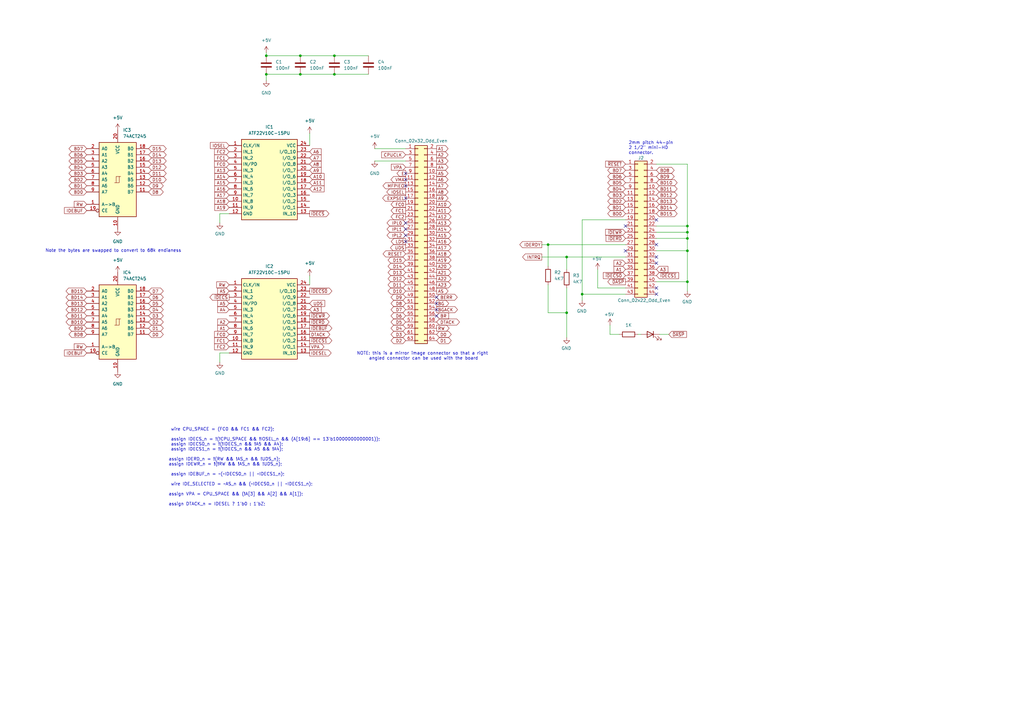
<source format=kicad_sch>
(kicad_sch (version 20231120) (generator "eeschema") (generator_version "8.0")
  (paper "A3")
  (title_block (title "Simple IDE") (date "2025-01-08") (company "Malcolm Harrow, MIT license, from work by Mark Murray"))
  (lib_symbols
    (symbol "74HC245_1" (pin_names (offset 1.016))
      (property "Reference" "U1" (at 2.1941 20.32 0))
      (property "Value" "74ACT245" (at 2.1941 17.78 0))
      (symbol "74HC245_1_1_0"
        (pin input line (at -12.7 -10.16 0) (length 5.08) (name "A->B") (number "1"))
        (pin power_in line (at 0 -20.32 90) (length 5.08) (name "GND") (number "10"))
        (pin tri_state line (at 12.7 -5.08 180) (length 5.08) (name "B7") (number "11"))
        (pin tri_state line (at 12.7 -2.54 180) (length 5.08) (name "B6") (number "12"))
        (pin tri_state line (at 12.7 0 180) (length 5.08) (name "B5") (number "13"))
        (pin tri_state line (at 12.7 2.54 180) (length 5.08) (name "B4") (number "14"))
        (pin tri_state line (at 12.7 5.08 180) (length 5.08) (name "B3") (number "15"))
        (pin tri_state line (at 12.7 7.62 180) (length 5.08) (name "B2") (number "16"))
        (pin tri_state line (at 12.7 10.16 180) (length 5.08) (name "B1") (number "17"))
        (pin tri_state line (at 12.7 12.7 180) (length 5.08) (name "B0") (number "18"))
        (pin input inverted (at -12.7 -12.7 0) (length 5.08) (name "CE") (number "19"))
        (pin tri_state line (at -12.7 12.7 0) (length 5.08) (name "A0") (number "2"))
        (pin power_in line (at 0 20.32 270) (length 5.08) (name "VCC") (number "20"))
        (pin tri_state line (at -12.7 10.16 0) (length 5.08) (name "A1") (number "3"))
        (pin tri_state line (at -12.7 7.62 0) (length 5.08) (name "A2") (number "4"))
        (pin tri_state line (at -12.7 5.08 0) (length 5.08) (name "A3") (number "5"))
        (pin tri_state line (at -12.7 2.54 0) (length 5.08) (name "A4") (number "6"))
        (pin tri_state line (at -12.7 0 0) (length 5.08) (name "A5") (number "7"))
        (pin tri_state line (at -12.7 -2.54 0) (length 5.08) (name "A6") (number "8"))
        (pin tri_state line (at -12.7 -5.08 0) (length 5.08) (name "A7") (number "9"))
      )
    )
    (symbol "74xx:74HC245" (pin_names (offset 1.016))
      (property "Reference" "U" (at -7.62 16.51 0))
      (property "Value" "74HC245" (at -7.62 -16.51 0))
      (symbol "74HC245_1_0"
        (pin input line (at -12.7 -10.16 0) (length 5.08) (name "A->B") (number "1"))
        (pin power_in line (at 0 -20.32 90) (length 5.08) (name "GND") (number "10"))
        (pin tri_state line (at 12.7 -5.08 180) (length 5.08) (name "B7") (number "11"))
        (pin tri_state line (at 12.7 -2.54 180) (length 5.08) (name "B6") (number "12"))
        (pin tri_state line (at 12.7 0 180) (length 5.08) (name "B5") (number "13"))
        (pin tri_state line (at 12.7 2.54 180) (length 5.08) (name "B4") (number "14"))
        (pin tri_state line (at 12.7 5.08 180) (length 5.08) (name "B3") (number "15"))
        (pin tri_state line (at 12.7 7.62 180) (length 5.08) (name "B2") (number "16"))
        (pin tri_state line (at 12.7 10.16 180) (length 5.08) (name "B1") (number "17"))
        (pin tri_state line (at 12.7 12.7 180) (length 5.08) (name "B0") (number "18"))
        (pin input inverted (at -12.7 -12.7 0) (length 5.08) (name "CE") (number "19"))
        (pin tri_state line (at -12.7 12.7 0) (length 5.08) (name "A0") (number "2"))
        (pin power_in line (at 0 20.32 270) (length 5.08) (name "VCC") (number "20"))
        (pin tri_state line (at -12.7 10.16 0) (length 5.08) (name "A1") (number "3"))
        (pin tri_state line (at -12.7 7.62 0) (length 5.08) (name "A2") (number "4"))
        (pin tri_state line (at -12.7 5.08 0) (length 5.08) (name "A3") (number "5"))
        (pin tri_state line (at -12.7 2.54 0) (length 5.08) (name "A4") (number "6"))
        (pin tri_state line (at -12.7 0 0) (length 5.08) (name "A5") (number "7"))
        (pin tri_state line (at -12.7 -2.54 0) (length 5.08) (name "A6") (number "8"))
        (pin tri_state line (at -12.7 -5.08 0) (length 5.08) (name "A7") (number "9"))
      )
    )
    (symbol "ATF22V10:ATF22V10C-15PU"
      (property "Reference" "IC" (at 29.21 7.62 0))
      (property "Value" "ATF22V10C-15PU" (at 29.21 5.08 0))
      (symbol "ATF22V10C-15PU_1_1"
        (pin passive line (at 0 0 0) (length 5.08) (name "CLK/IN") (number "1"))
        (pin passive line (at 0 -22.86 0) (length 5.08) (name "IN_8") (number "10"))
        (pin passive line (at 0 -25.4 0) (length 5.08) (name "IN_9") (number "11"))
        (pin passive line (at 0 -27.94 0) (length 5.08) (name "GND") (number "12"))
        (pin passive line (at 33.02 -27.94 180) (length 5.08) (name "IN_10") (number "13"))
        (pin passive line (at 33.02 -25.4 180) (length 5.08) (name "I/O_1") (number "14"))
        (pin passive line (at 33.02 -22.86 180) (length 5.08) (name "I/O_2") (number "15"))
        (pin passive line (at 33.02 -20.32 180) (length 5.08) (name "I/O_3") (number "16"))
        (pin passive line (at 33.02 -17.78 180) (length 5.08) (name "I/O_4") (number "17"))
        (pin passive line (at 33.02 -15.24 180) (length 5.08) (name "I/O_5") (number "18"))
        (pin passive line (at 33.02 -12.7 180) (length 5.08) (name "I/O_6") (number "19"))
        (pin passive line (at 0 -2.54 0) (length 5.08) (name "IN_1") (number "2"))
        (pin passive line (at 33.02 -10.16 180) (length 5.08) (name "I/O_7") (number "20"))
        (pin passive line (at 33.02 -7.62 180) (length 5.08) (name "I/O_8") (number "21"))
        (pin passive line (at 33.02 -5.08 180) (length 5.08) (name "I/O_9") (number "22"))
        (pin passive line (at 33.02 -2.54 180) (length 5.08) (name "I/O_10") (number "23"))
        (pin passive line (at 33.02 0 180) (length 5.08) (name "VCC") (number "24"))
        (pin passive line (at 0 -5.08 0) (length 5.08) (name "IN_2") (number "3"))
        (pin passive line (at 0 -7.62 0) (length 5.08) (name "IN/PD") (number "4"))
        (pin passive line (at 0 -10.16 0) (length 5.08) (name "IN_3") (number "5"))
        (pin passive line (at 0 -12.7 0) (length 5.08) (name "IN_4") (number "6"))
        (pin passive line (at 0 -15.24 0) (length 5.08) (name "IN_5") (number "7"))
        (pin passive line (at 0 -17.78 0) (length 5.08) (name "IN_6") (number "8"))
        (pin passive line (at 0 -20.32 0) (length 5.08) (name "IN_7") (number "9"))
      )
    )
    (symbol "Connector_Generic:Conn_02x22_Odd_Even" (pin_names (offset 1.016) hide)
      (property "Reference" "J" (at 1.27 27.94 0))
      (property "Value" "Conn_02x22_Odd_Even" (at 1.27 -30.48 0))
      (symbol "Conn_02x22_Odd_Even_1_1"
        (pin passive line (at -5.08 25.4 0) (length 3.81) (name "Pin_1") (number "1"))
        (pin passive line (at 7.62 15.24 180) (length 3.81) (name "Pin_10") (number "10"))
        (pin passive line (at -5.08 12.7 0) (length 3.81) (name "Pin_11") (number "11"))
        (pin passive line (at 7.62 12.7 180) (length 3.81) (name "Pin_12") (number "12"))
        (pin passive line (at -5.08 10.16 0) (length 3.81) (name "Pin_13") (number "13"))
        (pin passive line (at 7.62 10.16 180) (length 3.81) (name "Pin_14") (number "14"))
        (pin passive line (at -5.08 7.62 0) (length 3.81) (name "Pin_15") (number "15"))
        (pin passive line (at 7.62 7.62 180) (length 3.81) (name "Pin_16") (number "16"))
        (pin passive line (at -5.08 5.08 0) (length 3.81) (name "Pin_17") (number "17"))
        (pin passive line (at 7.62 5.08 180) (length 3.81) (name "Pin_18") (number "18"))
        (pin passive line (at -5.08 2.54 0) (length 3.81) (name "Pin_19") (number "19"))
        (pin passive line (at 7.62 25.4 180) (length 3.81) (name "Pin_2") (number "2"))
        (pin passive line (at 7.62 2.54 180) (length 3.81) (name "Pin_20") (number "20"))
        (pin passive line (at -5.08 0 0) (length 3.81) (name "Pin_21") (number "21"))
        (pin passive line (at 7.62 0 180) (length 3.81) (name "Pin_22") (number "22"))
        (pin passive line (at -5.08 -2.54 0) (length 3.81) (name "Pin_23") (number "23"))
        (pin passive line (at 7.62 -2.54 180) (length 3.81) (name "Pin_24") (number "24"))
        (pin passive line (at -5.08 -5.08 0) (length 3.81) (name "Pin_25") (number "25"))
        (pin passive line (at 7.62 -5.08 180) (length 3.81) (name "Pin_26") (number "26"))
        (pin passive line (at -5.08 -7.62 0) (length 3.81) (name "Pin_27") (number "27"))
        (pin passive line (at 7.62 -7.62 180) (length 3.81) (name "Pin_28") (number "28"))
        (pin passive line (at -5.08 -10.16 0) (length 3.81) (name "Pin_29") (number "29"))
        (pin passive line (at -5.08 22.86 0) (length 3.81) (name "Pin_3") (number "3"))
        (pin passive line (at 7.62 -10.16 180) (length 3.81) (name "Pin_30") (number "30"))
        (pin passive line (at -5.08 -12.7 0) (length 3.81) (name "Pin_31") (number "31"))
        (pin passive line (at 7.62 -12.7 180) (length 3.81) (name "Pin_32") (number "32"))
        (pin passive line (at -5.08 -15.24 0) (length 3.81) (name "Pin_33") (number "33"))
        (pin passive line (at 7.62 -15.24 180) (length 3.81) (name "Pin_34") (number "34"))
        (pin passive line (at -5.08 -17.78 0) (length 3.81) (name "Pin_35") (number "35"))
        (pin passive line (at 7.62 -17.78 180) (length 3.81) (name "Pin_36") (number "36"))
        (pin passive line (at -5.08 -20.32 0) (length 3.81) (name "Pin_37") (number "37"))
        (pin passive line (at 7.62 -20.32 180) (length 3.81) (name "Pin_38") (number "38"))
        (pin passive line (at -5.08 -22.86 0) (length 3.81) (name "Pin_39") (number "39"))
        (pin passive line (at 7.62 22.86 180) (length 3.81) (name "Pin_4") (number "4"))
        (pin passive line (at 7.62 -22.86 180) (length 3.81) (name "Pin_40") (number "40"))
        (pin passive line (at -5.08 -25.4 0) (length 3.81) (name "Pin_41") (number "41"))
        (pin passive line (at 7.62 -25.4 180) (length 3.81) (name "Pin_42") (number "42"))
        (pin passive line (at -5.08 -27.94 0) (length 3.81) (name "Pin_43") (number "43"))
        (pin passive line (at 7.62 -27.94 180) (length 3.81) (name "Pin_44") (number "44"))
        (pin passive line (at -5.08 20.32 0) (length 3.81) (name "Pin_5") (number "5"))
        (pin passive line (at 7.62 20.32 180) (length 3.81) (name "Pin_6") (number "6"))
        (pin passive line (at -5.08 17.78 0) (length 3.81) (name "Pin_7") (number "7"))
        (pin passive line (at 7.62 17.78 180) (length 3.81) (name "Pin_8") (number "8"))
        (pin passive line (at -5.08 15.24 0) (length 3.81) (name "Pin_9") (number "9"))
      )
    )
    (symbol "Connector_Generic:Conn_02x32_Odd_Even" (pin_names (offset 1.016) hide)
      (property "Reference" "J" (at 1.27 40.64 0))
      (property "Value" "Conn_02x32_Odd_Even" (at 1.27 -43.18 0))
      (symbol "Conn_02x32_Odd_Even_1_1"
        (pin passive line (at -5.08 38.1 0) (length 3.81) (name "Pin_1") (number "1"))
        (pin passive line (at 7.62 27.94 180) (length 3.81) (name "Pin_10") (number "10"))
        (pin passive line (at -5.08 25.4 0) (length 3.81) (name "Pin_11") (number "11"))
        (pin passive line (at 7.62 25.4 180) (length 3.81) (name "Pin_12") (number "12"))
        (pin passive line (at -5.08 22.86 0) (length 3.81) (name "Pin_13") (number "13"))
        (pin passive line (at 7.62 22.86 180) (length 3.81) (name "Pin_14") (number "14"))
        (pin passive line (at -5.08 20.32 0) (length 3.81) (name "Pin_15") (number "15"))
        (pin passive line (at 7.62 20.32 180) (length 3.81) (name "Pin_16") (number "16"))
        (pin passive line (at -5.08 17.78 0) (length 3.81) (name "Pin_17") (number "17"))
        (pin passive line (at 7.62 17.78 180) (length 3.81) (name "Pin_18") (number "18"))
        (pin passive line (at -5.08 15.24 0) (length 3.81) (name "Pin_19") (number "19"))
        (pin passive line (at 7.62 38.1 180) (length 3.81) (name "Pin_2") (number "2"))
        (pin passive line (at 7.62 15.24 180) (length 3.81) (name "Pin_20") (number "20"))
        (pin passive line (at -5.08 12.7 0) (length 3.81) (name "Pin_21") (number "21"))
        (pin passive line (at 7.62 12.7 180) (length 3.81) (name "Pin_22") (number "22"))
        (pin passive line (at -5.08 10.16 0) (length 3.81) (name "Pin_23") (number "23"))
        (pin passive line (at 7.62 10.16 180) (length 3.81) (name "Pin_24") (number "24"))
        (pin passive line (at -5.08 7.62 0) (length 3.81) (name "Pin_25") (number "25"))
        (pin passive line (at 7.62 7.62 180) (length 3.81) (name "Pin_26") (number "26"))
        (pin passive line (at -5.08 5.08 0) (length 3.81) (name "Pin_27") (number "27"))
        (pin passive line (at 7.62 5.08 180) (length 3.81) (name "Pin_28") (number "28"))
        (pin passive line (at -5.08 2.54 0) (length 3.81) (name "Pin_29") (number "29"))
        (pin passive line (at -5.08 35.56 0) (length 3.81) (name "Pin_3") (number "3"))
        (pin passive line (at 7.62 2.54 180) (length 3.81) (name "Pin_30") (number "30"))
        (pin passive line (at -5.08 0 0) (length 3.81) (name "Pin_31") (number "31"))
        (pin passive line (at 7.62 0 180) (length 3.81) (name "Pin_32") (number "32"))
        (pin passive line (at -5.08 -2.54 0) (length 3.81) (name "Pin_33") (number "33"))
        (pin passive line (at 7.62 -2.54 180) (length 3.81) (name "Pin_34") (number "34"))
        (pin passive line (at -5.08 -5.08 0) (length 3.81) (name "Pin_35") (number "35"))
        (pin passive line (at 7.62 -5.08 180) (length 3.81) (name "Pin_36") (number "36"))
        (pin passive line (at -5.08 -7.62 0) (length 3.81) (name "Pin_37") (number "37"))
        (pin passive line (at 7.62 -7.62 180) (length 3.81) (name "Pin_38") (number "38"))
        (pin passive line (at -5.08 -10.16 0) (length 3.81) (name "Pin_39") (number "39"))
        (pin passive line (at 7.62 35.56 180) (length 3.81) (name "Pin_4") (number "4"))
        (pin passive line (at 7.62 -10.16 180) (length 3.81) (name "Pin_40") (number "40"))
        (pin passive line (at -5.08 -12.7 0) (length 3.81) (name "Pin_41") (number "41"))
        (pin passive line (at 7.62 -12.7 180) (length 3.81) (name "Pin_42") (number "42"))
        (pin passive line (at -5.08 -15.24 0) (length 3.81) (name "Pin_43") (number "43"))
        (pin passive line (at 7.62 -15.24 180) (length 3.81) (name "Pin_44") (number "44"))
        (pin passive line (at -5.08 -17.78 0) (length 3.81) (name "Pin_45") (number "45"))
        (pin passive line (at 7.62 -17.78 180) (length 3.81) (name "Pin_46") (number "46"))
        (pin passive line (at -5.08 -20.32 0) (length 3.81) (name "Pin_47") (number "47"))
        (pin passive line (at 7.62 -20.32 180) (length 3.81) (name "Pin_48") (number "48"))
        (pin passive line (at -5.08 -22.86 0) (length 3.81) (name "Pin_49") (number "49"))
        (pin passive line (at -5.08 33.02 0) (length 3.81) (name "Pin_5") (number "5"))
        (pin passive line (at 7.62 -22.86 180) (length 3.81) (name "Pin_50") (number "50"))
        (pin passive line (at -5.08 -25.4 0) (length 3.81) (name "Pin_51") (number "51"))
        (pin passive line (at 7.62 -25.4 180) (length 3.81) (name "Pin_52") (number "52"))
        (pin passive line (at -5.08 -27.94 0) (length 3.81) (name "Pin_53") (number "53"))
        (pin passive line (at 7.62 -27.94 180) (length 3.81) (name "Pin_54") (number "54"))
        (pin passive line (at -5.08 -30.48 0) (length 3.81) (name "Pin_55") (number "55"))
        (pin passive line (at 7.62 -30.48 180) (length 3.81) (name "Pin_56") (number "56"))
        (pin passive line (at -5.08 -33.02 0) (length 3.81) (name "Pin_57") (number "57"))
        (pin passive line (at 7.62 -33.02 180) (length 3.81) (name "Pin_58") (number "58"))
        (pin passive line (at -5.08 -35.56 0) (length 3.81) (name "Pin_59") (number "59"))
        (pin passive line (at 7.62 33.02 180) (length 3.81) (name "Pin_6") (number "6"))
        (pin passive line (at 7.62 -35.56 180) (length 3.81) (name "Pin_60") (number "60"))
        (pin passive line (at -5.08 -38.1 0) (length 3.81) (name "Pin_61") (number "61"))
        (pin passive line (at 7.62 -38.1 180) (length 3.81) (name "Pin_62") (number "62"))
        (pin passive line (at -5.08 -40.64 0) (length 3.81) (name "Pin_63") (number "63"))
        (pin passive line (at 7.62 -40.64 180) (length 3.81) (name "Pin_64") (number "64"))
        (pin passive line (at -5.08 30.48 0) (length 3.81) (name "Pin_7") (number "7"))
        (pin passive line (at 7.62 30.48 180) (length 3.81) (name "Pin_8") (number "8"))
        (pin passive line (at -5.08 27.94 0) (length 3.81) (name "Pin_9") (number "9"))
      )
    )
    (symbol "Device:C" (pin_numbers hide) (pin_names (offset 0.254))
      (property "Reference" "C" (at 0.635 2.54 0))
      (property "Value" "C" (at 0.635 -2.54 0))
      (symbol "C_1_1"
        (pin passive line (at 0 3.81 270) (length 2.794) (name "~") (number "1"))
        (pin passive line (at 0 -3.81 90) (length 2.794) (name "~") (number "2"))
      )
    )
    (symbol "Device:LED" (pin_numbers hide) (pin_names (offset 1.016) hide)
      (property "Reference" "D" (at 0 2.54 0))
      (property "Value" "LED" (at 0 -2.54 0))
      (symbol "LED_1_1"
        (pin passive line (at -3.81 0 0) (length 2.54) (name "K") (number "1"))
        (pin passive line (at 3.81 0 180) (length 2.54) (name "A") (number "2"))
      )
    )
    (symbol "Device:R" (pin_numbers hide) (pin_names (offset 0))
      (property "Reference" "R" (at 2.032 0 90))
      (property "Value" "R" (at 0 0 90))
      (symbol "R_1_1"
        (pin passive line (at 0 3.81 270) (length 1.27) (name "~") (number "1"))
        (pin passive line (at 0 -3.81 90) (length 1.27) (name "~") (number "2"))
      )
    )
    (symbol "GND_4" (power) (pin_numbers hide) (pin_names (offset 0) hide)
      (property "Value" "GND" (at 0 -3.81 0))
      (symbol "GND_4_1_1"
        (pin power_in line (at 0 0 270) (length 0) (name "~") (number "1"))
      )
    )
    (symbol "ata-ide-rescue:+5V-power" (power) (pin_names (offset 0))
      (property "Value" "power_+5V" (at 0 3.556 0))
      (symbol "+5V-power_1_1"
        (pin power_in line (at 0 0 90) (length 0) hide (name "+5V") (number "1"))
      )
    )
    (symbol "ata-ide-rescue:GND-power" (power) (pin_names (offset 0))
      (property "Value" "power_GND" (at 0 -3.81 0))
      (symbol "GND-power_1_1"
        (pin power_in line (at 0 0 270) (length 0) hide (name "GND") (number "1"))
      )
    )
    (symbol "power:+5V" (power) (pin_numbers hide) (pin_names (offset 0) hide)
      (property "Value" "+5V" (at 0 3.556 0))
      (symbol "+5V_1_1"
        (pin power_in line (at 0 0 90) (length 0) (name "~") (number "1"))
      )
    )
    (symbol "power:GND" (power) (pin_numbers hide) (pin_names (offset 0) hide)
      (property "Value" "GND" (at 0 -3.81 0))
      (symbol "GND_1_1"
        (pin power_in line (at 0 0 270) (length 0) (name "~") (number "1"))
      )
    )
  )
  (junction (at 232.41 105.41))
  (junction (at 123.19 30.48))
  (junction (at 281.94 102.87))
  (junction (at 109.22 30.48))
  (junction (at 123.19 22.86))
  (junction (at 232.41 128.27))
  (junction (at 224.79 100.33))
  (junction (at 109.22 22.86))
  (junction (at 137.16 30.48))
  (junction (at 281.94 115.57))
  (junction (at 281.94 97.79))
  (junction (at 281.94 92.71))
  (junction (at 137.16 22.86))
  (junction (at 238.76 120.65))
  (junction (at 281.94 95.25))
  (no_connect (at 166.37 93.98))
  (no_connect (at 269.24 120.65))
  (no_connect (at 269.24 105.41))
  (no_connect (at 166.37 71.12))
  (no_connect (at 166.37 91.44))
  (no_connect (at 179.07 127))
  (no_connect (at 269.24 118.11))
  (no_connect (at 256.54 92.71))
  (no_connect (at 166.37 99.06))
  (no_connect (at 166.37 96.52))
  (no_connect (at 166.37 81.28))
  (no_connect (at 269.24 107.95))
  (no_connect (at 256.54 102.87))
  (no_connect (at 179.07 121.92))
  (no_connect (at 166.37 76.2))
  (no_connect (at 166.37 73.66))
  (no_connect (at 179.07 129.54))
  (no_connect (at 269.24 100.33))
  (no_connect (at 269.24 90.17))
  (no_connect (at 179.07 124.46))
  (wire (pts (xy 90.17 87.63) (xy 93.98 87.63)))
  (wire (pts (xy 262.89 137.16) (xy 261.62 137.16)))
  (wire (pts (xy 269.24 95.25) (xy 281.94 95.25)))
  (wire (pts (xy 90.17 144.78) (xy 93.98 144.78)))
  (wire (pts (xy 137.16 30.48) (xy 151.13 30.48)))
  (wire (pts (xy 281.94 97.79) (xy 281.94 102.87)))
  (wire (pts (xy 281.94 92.71) (xy 281.94 67.31)))
  (wire (pts (xy 238.76 120.65) (xy 238.76 123.19)))
  (wire (pts (xy 281.94 115.57) (xy 281.94 119.38)))
  (wire (pts (xy 269.24 97.79) (xy 281.94 97.79)))
  (wire (pts (xy 269.24 92.71) (xy 281.94 92.71)))
  (wire (pts (xy 109.22 21.59) (xy 109.22 22.86)))
  (wire (pts (xy 123.19 22.86) (xy 137.16 22.86)))
  (wire (pts (xy 256.54 120.65) (xy 238.76 120.65)))
  (wire (pts (xy 245.11 110.49) (xy 245.11 118.11)))
  (wire (pts (xy 281.94 95.25) (xy 281.94 92.71)))
  (wire (pts (xy 232.41 105.41) (xy 232.41 110.49)))
  (wire (pts (xy 269.24 102.87) (xy 281.94 102.87)))
  (wire (pts (xy 127 113.03) (xy 127 116.84)))
  (wire (pts (xy 137.16 22.86) (xy 151.13 22.86)))
  (wire (pts (xy 269.24 115.57) (xy 281.94 115.57)))
  (wire (pts (xy 224.79 128.27) (xy 232.41 128.27)))
  (wire (pts (xy 245.11 118.11) (xy 256.54 118.11)))
  (wire (pts (xy 109.22 22.86) (xy 123.19 22.86)))
  (wire (pts (xy 250.19 133.35) (xy 250.19 137.16)))
  (wire (pts (xy 90.17 144.78) (xy 90.17 148.59)))
  (wire (pts (xy 250.19 137.16) (xy 254 137.16)))
  (wire (pts (xy 232.41 128.27) (xy 232.41 138.43)))
  (wire (pts (xy 270.51 137.16) (xy 274.32 137.16)))
  (wire (pts (xy 281.94 67.31) (xy 269.24 67.31)))
  (wire (pts (xy 109.22 30.48) (xy 109.22 33.02)))
  (wire (pts (xy 281.94 115.57) (xy 281.94 102.87)))
  (wire (pts (xy 281.94 97.79) (xy 281.94 95.25)))
  (wire (pts (xy 232.41 105.41) (xy 256.54 105.41)))
  (wire (pts (xy 232.41 118.11) (xy 232.41 128.27)))
  (wire (pts (xy 256.54 90.17) (xy 238.76 90.17)))
  (wire (pts (xy 166.37 66.04) (xy 153.67 66.04)))
  (wire (pts (xy 224.79 100.33) (xy 256.54 100.33)))
  (wire (pts (xy 90.17 87.63) (xy 90.17 91.44)))
  (wire (pts (xy 166.37 60.96) (xy 153.67 60.96)))
  (wire (pts (xy 224.79 116.84) (xy 224.79 128.27)))
  (wire (pts (xy 224.79 100.33) (xy 224.79 109.22)))
  (wire (pts (xy 238.76 90.17) (xy 238.76 120.65)))
  (wire (pts (xy 222.25 100.33) (xy 224.79 100.33)))
  (wire (pts (xy 222.25 105.41) (xy 232.41 105.41)))
  (wire (pts (xy 127 54.61) (xy 127 59.69)))
  (wire (pts (xy 123.19 30.48) (xy 137.16 30.48)))
  (wire (pts (xy 109.22 30.48) (xy 123.19 30.48)))
  (text "2mm pitch 44-pin\n2 1/2\" mini-HD\nconnector." (at 257.81 63.5 0) (effects (font (size 1.27 1.27)) (justify left bottom)))
  (text "NOTE: this is a mirror image connector so that a right \nangled connector can be used with the board" (at 173.736 146.05 0) (effects (font (size 1.27 1.27))))
  (text " 	wire CPU_SPACE = (FC0 && FC1 && FC2);\n    \n	assign IDECS_n = !(!CPU_SPACE && !IOSEL_n && (A[19:6] == 13'b10000000000001));\n	assign IDECS0_n = !(!IDECS_n && !A5 && A4);\n	assign IDECS1_n = !(!IDECS_n && A5 && !A4);\n \n    assign IDERD_n = !(RW && !AS_n && !UDS_n);\n    assign IDEWR_n = !(!RW && !AS_n && !UDS_n);\n    \n	assign IDEBUF_n = ~(~IDECS0_n || ~IDECS1_n);\n\n	wire IDE_SELECTED = ~AS_n && (~IDECS0_n || ~IDECS1_n);\n\n    assign VPA = CPU_SPACE && (!A[3] && A[2] && A[1]);\n\n    assign DTACK_n = IDESEL ? 1'b0 : 1'bZ;  " (at 65.278 191.516 0) (effects (font (size 1.27 1.27)) (justify left)))
  (text "Note the bytes are swapped to convert to 68k endianess" (at 46.482 102.87 0) (effects (font (size 1.27 1.27))))
  (global_label "D0" (shape bidirectional) (at 179.07 137.16 0) (property "Intersheetrefs" "${INTERSHEET_REFS}" (effects (hide yes))))
  (global_label "A10" (shape input) (at 127 72.39 0) (property "Intersheetrefs" "${INTERSHEET_REFS}" (effects (hide yes))))
  (global_label "A7" (shape input) (at 127 64.77 0) (property "Intersheetrefs" "${INTERSHEET_REFS}" (effects (hide yes))))
  (global_label "BD7" (shape bidirectional) (at 256.54 69.85 180) (property "Intersheetrefs" "${INTERSHEET_REFS}" (effects (hide yes))))
  (global_label "~{IDECS1}" (shape input) (at 269.24 113.03 0) (property "Intersheetrefs" "${INTERSHEET_REFS}" (effects (hide yes))))
  (global_label "D11" (shape bidirectional) (at 166.37 116.84 180) (property "Intersheetrefs" "${INTERSHEET_REFS}" (effects (hide yes))))
  (global_label "DTACK" (shape output) (at 127 137.16 0) (property "Intersheetrefs" "${INTERSHEET_REFS}" (effects (hide yes))))
  (global_label "D14" (shape bidirectional) (at 166.37 109.22 180) (property "Intersheetrefs" "${INTERSHEET_REFS}" (effects (hide yes))))
  (global_label "~{DASP}" (shape output) (at 256.54 115.57 180) (property "Intersheetrefs" "${INTERSHEET_REFS}" (effects (hide yes))))
  (global_label "~{IDEWR}" (shape output) (at 127 129.54 0) (property "Intersheetrefs" "${INTERSHEET_REFS}" (effects (hide yes))))
  (global_label "BGACK" (shape output) (at 179.07 127 0) (property "Intersheetrefs" "${INTERSHEET_REFS}" (effects (hide yes))))
  (global_label "A10" (shape output) (at 179.07 83.82 0) (property "Intersheetrefs" "${INTERSHEET_REFS}" (effects (hide yes))))
  (global_label "BD3" (shape bidirectional) (at 256.54 80.01 180) (property "Intersheetrefs" "${INTERSHEET_REFS}" (effects (hide yes))))
  (global_label "FC1" (shape output) (at 166.37 86.36 180) (property "Intersheetrefs" "${INTERSHEET_REFS}" (effects (hide yes))))
  (global_label "RW" (shape input) (at 35.56 83.82 180) (property "Intersheetrefs" "${INTERSHEET_REFS}" (effects (hide yes))))
  (global_label "RW" (shape input) (at 35.56 142.24 180) (property "Intersheetrefs" "${INTERSHEET_REFS}" (effects (hide yes))))
  (global_label "BD5" (shape bidirectional) (at 35.56 66.04 180) (property "Intersheetrefs" "${INTERSHEET_REFS}" (effects (hide yes))))
  (global_label "A5" (shape output) (at 179.07 71.12 0) (property "Intersheetrefs" "${INTERSHEET_REFS}" (effects (hide yes))))
  (global_label "BD0" (shape bidirectional) (at 256.54 87.63 180) (property "Intersheetrefs" "${INTERSHEET_REFS}" (effects (hide yes))))
  (global_label "D3" (shape bidirectional) (at 166.37 137.16 180) (property "Intersheetrefs" "${INTERSHEET_REFS}" (effects (hide yes))))
  (global_label "IOSEL" (shape output) (at 166.37 78.74 180) (property "Intersheetrefs" "${INTERSHEET_REFS}" (effects (hide yes))))
  (global_label "BD9" (shape bidirectional) (at 35.56 134.62 180) (property "Intersheetrefs" "${INTERSHEET_REFS}" (effects (hide yes))))
  (global_label "A3" (shape input) (at 269.24 110.49 0) (property "Intersheetrefs" "${INTERSHEET_REFS}" (effects (hide yes))))
  (global_label "A8" (shape output) (at 179.07 78.74 0) (property "Intersheetrefs" "${INTERSHEET_REFS}" (effects (hide yes))))
  (global_label "IDEBUF" (shape input) (at 35.56 86.36 180) (property "Intersheetrefs" "${INTERSHEET_REFS}" (effects (hide yes))))
  (global_label "IPL0" (shape tri_state) (at 166.37 91.44 180) (property "Intersheetrefs" "${INTERSHEET_REFS}" (effects (hide yes))))
  (global_label "D0" (shape bidirectional) (at 60.96 137.16 0) (property "Intersheetrefs" "${INTERSHEET_REFS}" (effects (hide yes))))
  (global_label "D12" (shape bidirectional) (at 60.96 68.58 0) (property "Intersheetrefs" "${INTERSHEET_REFS}" (effects (hide yes))))
  (global_label "A9" (shape output) (at 179.07 81.28 0) (property "Intersheetrefs" "${INTERSHEET_REFS}" (effects (hide yes))))
  (global_label "A3" (shape input) (at 127 127 0) (property "Intersheetrefs" "${INTERSHEET_REFS}" (effects (hide yes))))
  (global_label "D9" (shape bidirectional) (at 60.96 76.2 0) (property "Intersheetrefs" "${INTERSHEET_REFS}" (effects (hide yes))))
  (global_label "A16" (shape output) (at 179.07 99.06 0) (property "Intersheetrefs" "${INTERSHEET_REFS}" (effects (hide yes))))
  (global_label "BR" (shape input) (at 179.07 129.54 0) (property "Intersheetrefs" "${INTERSHEET_REFS}" (effects (hide yes))))
  (global_label "VPA" (shape output) (at 127 142.24 0) (property "Intersheetrefs" "${INTERSHEET_REFS}" (effects (hide yes))))
  (global_label "D6" (shape bidirectional) (at 166.37 129.54 180) (property "Intersheetrefs" "${INTERSHEET_REFS}" (effects (hide yes))))
  (global_label "VPA" (shape input) (at 166.37 68.58 180) (property "Intersheetrefs" "${INTERSHEET_REFS}" (effects (hide yes))))
  (global_label "~{IDERD}" (shape output) (at 127 132.08 0) (property "Intersheetrefs" "${INTERSHEET_REFS}" (effects (hide yes))))
  (global_label "A1" (shape input) (at 256.54 110.49 180) (property "Intersheetrefs" "${INTERSHEET_REFS}" (effects (hide yes))))
  (global_label "D2" (shape bidirectional) (at 60.96 132.08 0) (property "Intersheetrefs" "${INTERSHEET_REFS}" (effects (hide yes))))
  (global_label "BD10" (shape bidirectional) (at 269.24 74.93 0) (property "Intersheetrefs" "${INTERSHEET_REFS}" (effects (hide yes))))
  (global_label "D15" (shape bidirectional) (at 166.37 106.68 180) (property "Intersheetrefs" "${INTERSHEET_REFS}" (effects (hide yes))))
  (global_label "BD3" (shape bidirectional) (at 35.56 71.12 180) (property "Intersheetrefs" "${INTERSHEET_REFS}" (effects (hide yes))))
  (global_label "~{RESET}" (shape input) (at 256.54 67.31 180) (property "Intersheetrefs" "${INTERSHEET_REFS}" (effects (hide yes))))
  (global_label "~{IDECS0}" (shape input) (at 256.54 113.03 180) (property "Intersheetrefs" "${INTERSHEET_REFS}" (effects (hide yes))))
  (global_label "RESET" (shape bidirectional) (at 166.37 104.14 180) (property "Intersheetrefs" "${INTERSHEET_REFS}" (effects (hide yes))))
  (global_label "~{DASP}" (shape input) (at 274.32 137.16 0) (property "Intersheetrefs" "${INTERSHEET_REFS}" (effects (hide yes))))
  (global_label "IDEBUF" (shape input) (at 35.56 144.78 180) (property "Intersheetrefs" "${INTERSHEET_REFS}" (effects (hide yes))))
  (global_label "A20" (shape output) (at 179.07 109.22 0) (property "Intersheetrefs" "${INTERSHEET_REFS}" (effects (hide yes))))
  (global_label "D15" (shape bidirectional) (at 60.96 60.96 0) (property "Intersheetrefs" "${INTERSHEET_REFS}" (effects (hide yes))))
  (global_label "BG" (shape output) (at 179.07 124.46 0) (property "Intersheetrefs" "${INTERSHEET_REFS}" (effects (hide yes))))
  (global_label "D12" (shape bidirectional) (at 166.37 114.3 180) (property "Intersheetrefs" "${INTERSHEET_REFS}" (effects (hide yes))))
  (global_label "~{IDEBUF}" (shape output) (at 127 134.62 0) (property "Intersheetrefs" "${INTERSHEET_REFS}" (effects (hide yes))))
  (global_label "D5" (shape bidirectional) (at 166.37 132.08 180) (property "Intersheetrefs" "${INTERSHEET_REFS}" (effects (hide yes))))
  (global_label "D11" (shape bidirectional) (at 60.96 71.12 0) (property "Intersheetrefs" "${INTERSHEET_REFS}" (effects (hide yes))))
  (global_label "BD6" (shape bidirectional) (at 35.56 63.5 180) (property "Intersheetrefs" "${INTERSHEET_REFS}" (effects (hide yes))))
  (global_label "EXPSEL" (shape output) (at 166.37 81.28 180) (property "Intersheetrefs" "${INTERSHEET_REFS}" (effects (hide yes))))
  (global_label "BD4" (shape bidirectional) (at 35.56 68.58 180) (property "Intersheetrefs" "${INTERSHEET_REFS}" (effects (hide yes))))
  (global_label "A19" (shape output) (at 179.07 106.68 0) (property "Intersheetrefs" "${INTERSHEET_REFS}" (effects (hide yes))))
  (global_label "A11" (shape output) (at 179.07 86.36 0) (property "Intersheetrefs" "${INTERSHEET_REFS}" (effects (hide yes))))
  (global_label "BD11" (shape bidirectional) (at 269.24 77.47 0) (property "Intersheetrefs" "${INTERSHEET_REFS}" (effects (hide yes))))
  (global_label "BD11" (shape bidirectional) (at 35.56 129.54 180) (property "Intersheetrefs" "${INTERSHEET_REFS}" (effects (hide yes))))
  (global_label "LDS" (shape output) (at 166.37 99.06 180) (property "Intersheetrefs" "${INTERSHEET_REFS}" (effects (hide yes))))
  (global_label "BD12" (shape bidirectional) (at 35.56 127 180) (property "Intersheetrefs" "${INTERSHEET_REFS}" (effects (hide yes))))
  (global_label "BD15" (shape bidirectional) (at 35.56 119.38 180) (property "Intersheetrefs" "${INTERSHEET_REFS}" (effects (hide yes))))
  (global_label "A15" (shape output) (at 179.07 96.52 0) (property "Intersheetrefs" "${INTERSHEET_REFS}" (effects (hide yes))))
  (global_label "BD1" (shape bidirectional) (at 35.56 76.2 180) (property "Intersheetrefs" "${INTERSHEET_REFS}" (effects (hide yes))))
  (global_label "AS" (shape input) (at 93.98 119.38 180) (property "Intersheetrefs" "${INTERSHEET_REFS}" (effects (hide yes))))
  (global_label "A3" (shape output) (at 179.07 66.04 0) (property "Intersheetrefs" "${INTERSHEET_REFS}" (effects (hide yes))))
  (global_label "UDS" (shape output) (at 166.37 101.6 180) (property "Intersheetrefs" "${INTERSHEET_REFS}" (effects (hide yes))))
  (global_label "A14" (shape output) (at 179.07 93.98 0) (property "Intersheetrefs" "${INTERSHEET_REFS}" (effects (hide yes))))
  (global_label "RW" (shape input) (at 93.98 116.84 180) (property "Intersheetrefs" "${INTERSHEET_REFS}" (effects (hide yes))))
  (global_label "A1" (shape input) (at 93.98 134.62 180) (property "Intersheetrefs" "${INTERSHEET_REFS}" (effects (hide yes))))
  (global_label "A12" (shape input) (at 127 77.47 0) (property "Intersheetrefs" "${INTERSHEET_REFS}" (effects (hide yes))))
  (global_label "INTRQ" (shape output) (at 222.25 105.41 180) (property "Intersheetrefs" "${INTERSHEET_REFS}" (effects (hide yes))))
  (global_label "A6" (shape input) (at 127 62.23 0) (property "Intersheetrefs" "${INTERSHEET_REFS}" (effects (hide yes))))
  (global_label "BD2" (shape bidirectional) (at 35.56 73.66 180) (property "Intersheetrefs" "${INTERSHEET_REFS}" (effects (hide yes))))
  (global_label "BD14" (shape bidirectional) (at 269.24 85.09 0) (property "Intersheetrefs" "${INTERSHEET_REFS}" (effects (hide yes))))
  (global_label "D4" (shape bidirectional) (at 60.96 127 0) (property "Intersheetrefs" "${INTERSHEET_REFS}" (effects (hide yes))))
  (global_label "D1" (shape bidirectional) (at 60.96 134.62 0) (property "Intersheetrefs" "${INTERSHEET_REFS}" (effects (hide yes))))
  (global_label "D7" (shape bidirectional) (at 60.96 119.38 0) (property "Intersheetrefs" "${INTERSHEET_REFS}" (effects (hide yes))))
  (global_label "~{IDECS}" (shape output) (at 127 87.63 0) (property "Intersheetrefs" "${INTERSHEET_REFS}" (effects (hide yes))))
  (global_label "D3" (shape bidirectional) (at 60.96 129.54 0) (property "Intersheetrefs" "${INTERSHEET_REFS}" (effects (hide yes))))
  (global_label "A12" (shape output) (at 179.07 88.9 0) (property "Intersheetrefs" "${INTERSHEET_REFS}" (effects (hide yes))))
  (global_label "~{IDECS0}" (shape output) (at 127 119.38 0) (property "Intersheetrefs" "${INTERSHEET_REFS}" (effects (hide yes))))
  (global_label "FC1" (shape input) (at 93.98 139.7 180) (property "Intersheetrefs" "${INTERSHEET_REFS}" (effects (hide yes))))
  (global_label "A4" (shape input) (at 93.98 127 180) (property "Intersheetrefs" "${INTERSHEET_REFS}" (effects (hide yes))))
  (global_label "~{IDERD}" (shape input) (at 256.54 97.79 180) (property "Intersheetrefs" "${INTERSHEET_REFS}" (effects (hide yes))))
  (global_label "CPUCLK" (shape input) (at 166.37 63.5 180) (property "Intersheetrefs" "${INTERSHEET_REFS}" (effects (hide yes))))
  (global_label "A4" (shape output) (at 179.07 68.58 0) (property "Intersheetrefs" "${INTERSHEET_REFS}" (effects (hide yes))))
  (global_label "BD10" (shape bidirectional) (at 35.56 132.08 180) (property "Intersheetrefs" "${INTERSHEET_REFS}" (effects (hide yes))))
  (global_label "D7" (shape bidirectional) (at 166.37 127 180) (property "Intersheetrefs" "${INTERSHEET_REFS}" (effects (hide yes))))
  (global_label "A22" (shape output) (at 179.07 114.3 0) (property "Intersheetrefs" "${INTERSHEET_REFS}" (effects (hide yes))))
  (global_label "FC2" (shape input) (at 93.98 142.24 180) (property "Intersheetrefs" "${INTERSHEET_REFS}" (effects (hide yes))))
  (global_label "A17" (shape output) (at 179.07 101.6 0) (property "Intersheetrefs" "${INTERSHEET_REFS}" (effects (hide yes))))
  (global_label "AS" (shape output) (at 179.07 119.38 0) (property "Intersheetrefs" "${INTERSHEET_REFS}" (effects (hide yes))))
  (global_label "A18" (shape input) (at 93.98 82.55 180) (property "Intersheetrefs" "${INTERSHEET_REFS}" (effects (hide yes))))
  (global_label "D5" (shape bidirectional) (at 60.96 124.46 0) (property "Intersheetrefs" "${INTERSHEET_REFS}" (effects (hide yes))))
  (global_label "BD15" (shape bidirectional) (at 269.24 87.63 0) (property "Intersheetrefs" "${INTERSHEET_REFS}" (effects (hide yes))))
  (global_label "A6" (shape output) (at 179.07 73.66 0) (property "Intersheetrefs" "${INTERSHEET_REFS}" (effects (hide yes))))
  (global_label "BD8" (shape bidirectional) (at 269.24 69.85 0) (property "Intersheetrefs" "${INTERSHEET_REFS}" (effects (hide yes))))
  (global_label "VMA" (shape output) (at 166.37 73.66 180) (property "Intersheetrefs" "${INTERSHEET_REFS}" (effects (hide yes))))
  (global_label "D13" (shape bidirectional) (at 60.96 66.04 0) (property "Intersheetrefs" "${INTERSHEET_REFS}" (effects (hide yes))))
  (global_label "A2" (shape input) (at 256.54 107.95 180) (property "Intersheetrefs" "${INTERSHEET_REFS}" (effects (hide yes))))
  (global_label "BD9" (shape bidirectional) (at 269.24 72.39 0) (property "Intersheetrefs" "${INTERSHEET_REFS}" (effects (hide yes))))
  (global_label "A19" (shape input) (at 93.98 85.09 180) (property "Intersheetrefs" "${INTERSHEET_REFS}" (effects (hide yes))))
  (global_label "IOSEL" (shape input) (at 93.98 59.69 180) (property "Intersheetrefs" "${INTERSHEET_REFS}" (effects (hide yes))))
  (global_label "RW" (shape output) (at 179.07 134.62 0) (property "Intersheetrefs" "${INTERSHEET_REFS}" (effects (hide yes))))
  (global_label "BD4" (shape bidirectional) (at 256.54 77.47 180) (property "Intersheetrefs" "${INTERSHEET_REFS}" (effects (hide yes))))
  (global_label "E" (shape output) (at 166.37 71.12 180) (property "Intersheetrefs" "${INTERSHEET_REFS}" (effects (hide yes))))
  (global_label "BD13" (shape bidirectional) (at 35.56 124.46 180) (property "Intersheetrefs" "${INTERSHEET_REFS}" (effects (hide yes))))
  (global_label "D10" (shape bidirectional) (at 166.37 119.38 180) (property "Intersheetrefs" "${INTERSHEET_REFS}" (effects (hide yes))))
  (global_label "A17" (shape input) (at 93.98 80.01 180) (property "Intersheetrefs" "${INTERSHEET_REFS}" (effects (hide yes))))
  (global_label "A2" (shape output) (at 179.07 63.5 0) (property "Intersheetrefs" "${INTERSHEET_REFS}" (effects (hide yes))))
  (global_label "A15" (shape input) (at 93.98 74.93 180) (property "Intersheetrefs" "${INTERSHEET_REFS}" (effects (hide yes))))
  (global_label "A14" (shape input) (at 93.98 72.39 180) (property "Intersheetrefs" "${INTERSHEET_REFS}" (effects (hide yes))))
  (global_label "DTACK" (shape bidirectional) (at 179.07 132.08 0) (property "Intersheetrefs" "${INTERSHEET_REFS}" (effects (hide yes))))
  (global_label "BD1" (shape bidirectional) (at 256.54 85.09 180) (property "Intersheetrefs" "${INTERSHEET_REFS}" (effects (hide yes))))
  (global_label "FC1" (shape input) (at 93.98 64.77 180) (property "Intersheetrefs" "${INTERSHEET_REFS}" (effects (hide yes))))
  (global_label "A13" (shape output) (at 179.07 91.44 0) (property "Intersheetrefs" "${INTERSHEET_REFS}" (effects (hide yes))))
  (global_label "BD12" (shape bidirectional) (at 269.24 80.01 0) (property "Intersheetrefs" "${INTERSHEET_REFS}" (effects (hide yes))))
  (global_label "D14" (shape bidirectional) (at 60.96 63.5 0) (property "Intersheetrefs" "${INTERSHEET_REFS}" (effects (hide yes))))
  (global_label "BD5" (shape bidirectional) (at 256.54 74.93 180) (property "Intersheetrefs" "${INTERSHEET_REFS}" (effects (hide yes))))
  (global_label "BD7" (shape bidirectional) (at 35.56 60.96 180) (property "Intersheetrefs" "${INTERSHEET_REFS}" (effects (hide yes))))
  (global_label "D10" (shape bidirectional) (at 60.96 73.66 0) (property "Intersheetrefs" "${INTERSHEET_REFS}" (effects (hide yes))))
  (global_label "BD14" (shape bidirectional) (at 35.56 121.92 180) (property "Intersheetrefs" "${INTERSHEET_REFS}" (effects (hide yes))))
  (global_label "~{IDEWR}" (shape input) (at 256.54 95.25 180) (property "Intersheetrefs" "${INTERSHEET_REFS}" (effects (hide yes))))
  (global_label "A16" (shape input) (at 93.98 77.47 180) (property "Intersheetrefs" "${INTERSHEET_REFS}" (effects (hide yes))))
  (global_label "~{IDECS}" (shape output) (at 93.98 121.92 180) (property "Intersheetrefs" "${INTERSHEET_REFS}" (effects (hide yes))))
  (global_label "~{IDECS1}" (shape output) (at 127 139.7 0) (property "Intersheetrefs" "${INTERSHEET_REFS}" (effects (hide yes))))
  (global_label "A11" (shape input) (at 127 74.93 0) (property "Intersheetrefs" "${INTERSHEET_REFS}" (effects (hide yes))))
  (global_label "A9" (shape input) (at 127 69.85 0) (property "Intersheetrefs" "${INTERSHEET_REFS}" (effects (hide yes))))
  (global_label "FC2" (shape input) (at 93.98 62.23 180) (property "Intersheetrefs" "${INTERSHEET_REFS}" (effects (hide yes))))
  (global_label "A7" (shape output) (at 179.07 76.2 0) (property "Intersheetrefs" "${INTERSHEET_REFS}" (effects (hide yes))))
  (global_label "BD0" (shape bidirectional) (at 35.56 78.74 180) (property "Intersheetrefs" "${INTERSHEET_REFS}" (effects (hide yes))))
  (global_label "BD8" (shape bidirectional) (at 35.56 137.16 180) (property "Intersheetrefs" "${INTERSHEET_REFS}" (effects (hide yes))))
  (global_label "D2" (shape bidirectional) (at 166.37 139.7 180) (property "Intersheetrefs" "${INTERSHEET_REFS}" (effects (hide yes))))
  (global_label "MFPIEO" (shape output) (at 166.37 76.2 180) (property "Intersheetrefs" "${INTERSHEET_REFS}" (effects (hide yes))))
  (global_label "D4" (shape bidirectional) (at 166.37 134.62 180) (property "Intersheetrefs" "${INTERSHEET_REFS}" (effects (hide yes))))
  (global_label "A21" (shape output) (at 179.07 111.76 0) (property "Intersheetrefs" "${INTERSHEET_REFS}" (effects (hide yes))))
  (global_label "IPL2" (shape tri_state) (at 166.37 96.52 180) (property "Intersheetrefs" "${INTERSHEET_REFS}" (effects (hide yes))))
  (global_label "D9" (shape bidirectional) (at 166.37 121.92 180) (property "Intersheetrefs" "${INTERSHEET_REFS}" (effects (hide yes))))
  (global_label "BERR" (shape bidirectional) (at 179.07 121.92 0) (property "Intersheetrefs" "${INTERSHEET_REFS}" (effects (hide yes))))
  (global_label "D1" (shape bidirectional) (at 179.07 139.7 0) (property "Intersheetrefs" "${INTERSHEET_REFS}" (effects (hide yes))))
  (global_label "FC2" (shape output) (at 166.37 88.9 180) (property "Intersheetrefs" "${INTERSHEET_REFS}" (effects (hide yes))))
  (global_label "FC0" (shape input) (at 93.98 67.31 180) (property "Intersheetrefs" "${INTERSHEET_REFS}" (effects (hide yes))))
  (global_label "BD6" (shape bidirectional) (at 256.54 72.39 180) (property "Intersheetrefs" "${INTERSHEET_REFS}" (effects (hide yes))))
  (global_label "BD2" (shape bidirectional) (at 256.54 82.55 180) (property "Intersheetrefs" "${INTERSHEET_REFS}" (effects (hide yes))))
  (global_label "IDESEL" (shape output) (at 127 144.78 0) (property "Intersheetrefs" "${INTERSHEET_REFS}" (effects (hide yes))))
  (global_label "D6" (shape bidirectional) (at 60.96 121.92 0) (property "Intersheetrefs" "${INTERSHEET_REFS}" (effects (hide yes))))
  (global_label "A5" (shape input) (at 93.98 124.46 180) (property "Intersheetrefs" "${INTERSHEET_REFS}" (effects (hide yes))))
  (global_label "FC0" (shape input) (at 93.98 137.16 180) (property "Intersheetrefs" "${INTERSHEET_REFS}" (effects (hide yes))))
  (global_label "D8" (shape bidirectional) (at 166.37 124.46 180) (property "Intersheetrefs" "${INTERSHEET_REFS}" (effects (hide yes))))
  (global_label "UDS" (shape input) (at 127 124.46 0) (property "Intersheetrefs" "${INTERSHEET_REFS}" (effects (hide yes))))
  (global_label "BD13" (shape bidirectional) (at 269.24 82.55 0) (property "Intersheetrefs" "${INTERSHEET_REFS}" (effects (hide yes))))
  (global_label "IDERDY" (shape output) (at 222.25 100.33 180) (property "Intersheetrefs" "${INTERSHEET_REFS}" (effects (hide yes))))
  (global_label "A1" (shape output) (at 179.07 60.96 0) (property "Intersheetrefs" "${INTERSHEET_REFS}" (effects (hide yes))))
  (global_label "A2" (shape input) (at 93.98 132.08 180) (property "Intersheetrefs" "${INTERSHEET_REFS}" (effects (hide yes))))
  (global_label "D8" (shape bidirectional) (at 60.96 78.74 0) (property "Intersheetrefs" "${INTERSHEET_REFS}" (effects (hide yes))))
  (global_label "D13" (shape bidirectional) (at 166.37 111.76 180) (property "Intersheetrefs" "${INTERSHEET_REFS}" (effects (hide yes))))
  (global_label "A8" (shape input) (at 127 67.31 0) (property "Intersheetrefs" "${INTERSHEET_REFS}" (effects (hide yes))))
  (global_label "A23" (shape output) (at 179.07 116.84 0) (property "Intersheetrefs" "${INTERSHEET_REFS}" (effects (hide yes))))
  (global_label "FC0" (shape output) (at 166.37 83.82 180) (property "Intersheetrefs" "${INTERSHEET_REFS}" (effects (hide yes))))
  (global_label "IPL1" (shape tri_state) (at 166.37 93.98 180) (property "Intersheetrefs" "${INTERSHEET_REFS}" (effects (hide yes))))
  (global_label "A18" (shape output) (at 179.07 104.14 0) (property "Intersheetrefs" "${INTERSHEET_REFS}" (effects (hide yes))))
  (global_label "A13" (shape input) (at 93.98 69.85 180) (property "Intersheetrefs" "${INTERSHEET_REFS}" (effects (hide yes))))
  (symbol (lib_id "Device:R") (at 224.79 113.03 0) (unit 1)
    (property "Reference" "R2" (at 227.33 111.7599 0) (effects (justify left)))
    (property "Value" "4K7" (at 227.33 114.2999 0) (effects (justify left)))
    (property "Footprint" "Resistor_THT:R_Axial_DIN0207_L6.3mm_D2.5mm_P7.62mm_Horizontal" (effects (hide yes)))
    (property "Description" "Resistor" (effects (hide yes)))
  )
  (symbol (lib_id "power:+5V") (at 127 113.03 0) (mirror y) (unit 1)
    (property "Reference" "#PWR024" (effects (hide yes)))
    (property "Value" "+5V" (at 127 107.95 0))
    (property "Description" "Power symbol creates a global label with name \"+5V\"" (effects (hide yes)))
  )
  (symbol (lib_id "ATF22V10:ATF22V10C-15PU") (at 93.98 59.69 0) (unit 1)
    (property "Reference" "IC1" (at 110.49 52.07 0))
    (property "Value" "ATF22V10C-15PU" (at 110.49 54.61 0))
    (property "Footprint" "Package_DIP:DIP-24_W7.62mm_Socket_LongPads" (effects (hide yes)))
    (property "Datasheet" "http://ww1.microchip.com/downloads/en/DeviceDoc/doc0735.pdf" (effects (hide yes)))
    (property "Description" "Microchip ATF22V10C-15PU, SPLD Simple Programmable Logic Device" (effects (hide yes)))
    (property "Height" "5.334" (effects (hide yes)))
    (property "Mouser Part Number" "556-AF22V10C15PU" (effects (hide yes)))
    (property "Mouser Price/Stock" "https://www.mouser.co.uk/ProductDetail/Microchip-Technology/ATF22V10C-15PU?qs=2mdvTlUeTfCr46ZvfjTtAg%3D%3D" (effects (hide yes)))
    (property "Manufacturer_Name" "Microchip" (effects (hide yes)))
    (property "Manufacturer_Part_Number" "ATF22V10C-15PU" (effects (hide yes)))
  )
  (symbol (lib_id "Device:C") (at 123.19 26.67 0) (unit 1)
    (property "Reference" "C2" (at 127 25.3999 0) (effects (justify left)))
    (property "Value" "100nF" (at 127 27.9399 0) (effects (justify left)))
    (property "Footprint" "Capacitor_THT:C_Disc_D5.0mm_W2.5mm_P2.50mm" (effects (hide yes)))
    (property "Description" "Unpolarized capacitor" (effects (hide yes)))
    (property "JLC" "0805" (effects (hide yes)))
    (property "LCSC" "C49678" (effects (hide yes)))
  )
  (symbol (lib_id "ata-ide-rescue:+5V-power") (at 245.11 110.49 0) (mirror y) (unit 1)
    (property "Reference" "#PWR016" (effects (hide yes)))
    (property "Value" "+5V" (at 244.729 106.0958 0))
  )
  (symbol (lib_id "ata-ide-rescue:GND-power") (at 281.94 119.38 0) (mirror y) (unit 1)
    (property "Reference" "#PWR021" (effects (hide yes)))
    (property "Value" "GND" (at 281.813 123.7742 0))
  )
  (symbol (lib_id "power:GND") (at 90.17 148.59 0) (unit 1)
    (property "Reference" "#PWR014" (effects (hide yes)))
    (property "Value" "GND" (at 90.17 153.035 0))
  )
  (symbol (lib_id "power:+5V") (at 48.26 111.76 0) (unit 1)
    (property "Reference" "#PWR01" (effects (hide yes)))
    (property "Value" "+5V" (at 48.26 106.68 0))
    (property "Description" "Power symbol creates a global label with name \"+5V\"" (effects (hide yes)))
  )
  (symbol (lib_id "power:+5V") (at 48.26 53.34 0) (unit 1)
    (property "Reference" "#PWR03" (effects (hide yes)))
    (property "Value" "+5V" (at 48.26 48.26 0))
    (property "Description" "Power symbol creates a global label with name \"+5V\"" (effects (hide yes)))
  )
  (symbol (lib_id "ata-ide-rescue:GND-power") (at 232.41 138.43 0) (mirror y) (unit 1)
    (property "Reference" "#PWR05" (effects (hide yes)))
    (property "Value" "GND" (at 232.283 142.8242 0))
  )
  (symbol (lib_id "power:GND") (at 48.26 152.4 0) (unit 1)
    (property "Reference" "#PWR06" (effects (hide yes)))
    (property "Value" "GND" (at 48.26 157.48 0))
    (property "Description" "Power symbol creates a global label with name \"GND\" , ground" (effects (hide yes)))
  )
  (symbol (lib_id "power:+5V") (at 153.67 60.96 0) (mirror y) (unit 1)
    (property "Reference" "#PWR011" (effects (hide yes)))
    (property "Value" "+5V" (at 153.67 55.88 0))
    (property "Description" "Power symbol creates a global label with name \"+5V\"" (effects (hide yes)))
  )
  (symbol (lib_id "power:GND") (at 48.26 93.98 0) (unit 1)
    (property "Reference" "#PWR07" (effects (hide yes)))
    (property "Value" "GND" (at 48.26 99.06 0))
    (property "Description" "Power symbol creates a global label with name \"GND\" , ground" (effects (hide yes)))
  )
  (symbol (lib_id "Device:C") (at 137.16 26.67 0) (unit 1)
    (property "Reference" "C3" (at 140.97 25.3999 0) (effects (justify left)))
    (property "Value" "100nF" (at 140.97 27.9399 0) (effects (justify left)))
    (property "Footprint" "Capacitor_THT:C_Disc_D5.0mm_W2.5mm_P2.50mm" (effects (hide yes)))
    (property "Description" "Unpolarized capacitor" (effects (hide yes)))
    (property "JLC" "0805" (effects (hide yes)))
    (property "LCSC" "C49678" (effects (hide yes)))
  )
  (symbol (lib_id "ata-ide-rescue:+5V-power") (at 250.19 133.35 0) (mirror y) (unit 1)
    (property "Reference" "#PWR02" (effects (hide yes)))
    (property "Value" "+5V" (at 249.809 128.9558 0))
  )
  (symbol (lib_id "Device:R") (at 232.41 114.3 0) (unit 1)
    (property "Reference" "R3" (at 234.95 113.0299 0) (effects (justify left)))
    (property "Value" "4K7" (at 234.95 115.5699 0) (effects (justify left)))
    (property "Footprint" "Resistor_THT:R_Axial_DIN0207_L6.3mm_D2.5mm_P7.62mm_Horizontal" (effects (hide yes)))
    (property "Description" "Resistor" (effects (hide yes)))
  )
  (symbol (lib_id "power:+5V") (at 109.22 21.59 0) (unit 1)
    (property "Reference" "#PWR09" (effects (hide yes)))
    (property "Value" "+5V" (at 109.22 16.51 0))
    (property "Description" "Power symbol creates a global label with name \"+5V\"" (effects (hide yes)))
  )
  (symbol (lib_id "power:GND") (at 90.17 91.44 0) (unit 1)
    (property "Reference" "#PWR013" (effects (hide yes)))
    (property "Value" "GND" (at 90.17 95.885 0))
  )
  (symbol (lib_id "74xx:74HC245") (at 48.26 132.08 0) (unit 1)
    (property "Reference" "IC4" (at 50.4541 111.76 0) (effects (justify left)))
    (property "Value" "74ACT245" (at 50.4541 114.3 0) (effects (justify left)))
    (property "Footprint" "Package_DIP:DIP-20_W7.62mm_LongPads" (effects (hide yes)))
    (property "Datasheet" "http://www.ti.com/lit/gpn/sn74ACT245" (effects (hide yes)))
    (property "Description" "Octal BUS Transceivers, 3-State outputs" (effects (hide yes)))
  )
  (symbol (lib_id "Device:LED") (at 266.7 137.16 0) (mirror y) (unit 1)
    (property "Reference" "D2" (effects (hide yes)))
    (property "Value" "LED" (effects (hide yes)))
    (property "Footprint" "LED_THT:LED_D5.0mm" (effects (hide yes)))
    (property "Description" "Light emitting diode" (effects (hide yes)))
  )
  (symbol (lib_id "ATF22V10:ATF22V10C-15PU") (at 93.98 116.84 0) (unit 1)
    (property "Reference" "IC2" (at 110.49 109.22 0))
    (property "Value" "ATF22V10C-15PU" (at 110.49 111.76 0))
    (property "Footprint" "Package_DIP:DIP-24_W7.62mm_Socket_LongPads" (effects (hide yes)))
    (property "Datasheet" "http://ww1.microchip.com/downloads/en/DeviceDoc/doc0735.pdf" (effects (hide yes)))
    (property "Description" "Microchip ATF22V10C-15PU, SPLD Simple Programmable Logic Device" (effects (hide yes)))
    (property "Height" "5.334" (effects (hide yes)))
    (property "Mouser Part Number" "556-AF22V10C15PU" (effects (hide yes)))
    (property "Mouser Price/Stock" "https://www.mouser.co.uk/ProductDetail/Microchip-Technology/ATF22V10C-15PU?qs=2mdvTlUeTfCr46ZvfjTtAg%3D%3D" (effects (hide yes)))
    (property "Manufacturer_Name" "Microchip" (effects (hide yes)))
    (property "Manufacturer_Part_Number" "ATF22V10C-15PU" (effects (hide yes)))
  )
  (symbol (lib_id "Device:C") (at 109.22 26.67 0) (unit 1)
    (property "Reference" "C1" (at 113.03 25.3999 0) (effects (justify left)))
    (property "Value" "100nF" (at 113.03 27.9399 0) (effects (justify left)))
    (property "Footprint" "Capacitor_THT:C_Disc_D5.0mm_W2.5mm_P2.50mm" (effects (hide yes)))
    (property "Description" "Unpolarized capacitor" (effects (hide yes)))
    (property "JLC" "0805" (effects (hide yes)))
    (property "LCSC" "C49678" (effects (hide yes)))
  )
  (symbol (lib_id "Connector_Generic:Conn_02x22_Odd_Even") (at 261.62 92.71 0) (unit 1)
    (property "Reference" "J2" (at 262.89 64.77 0))
    (property "Value" "Conn_02x22_Odd_Even" (at 264.16 123.19 0))
    (property "Footprint" "Connector_PinSocket_2.00mm:PinSocket_2x22_P2.00mm_Vertical" (effects (hide yes)))
    (property "Datasheet" "http://www.farnell.com/datasheets/2701933.pdf" (effects (hide yes)))
    (property "Vendor" "uk.farnell.com 1756945" (effects (hide yes)))
  )
  (symbol (lib_name "GND_4") (lib_id "power:GND") (at 153.67 66.04 0) (mirror y) (unit 1)
    (property "Reference" "#PWR012" (effects (hide yes)))
    (property "Value" "GND" (at 153.67 71.12 0))
    (property "Description" "Power symbol creates a global label with name \"GND\" , ground" (effects (hide yes)))
  )
  (symbol (lib_id "Device:C") (at 151.13 26.67 0) (unit 1)
    (property "Reference" "C4" (at 154.94 25.3999 0) (effects (justify left)))
    (property "Value" "100nF" (at 154.94 27.9399 0) (effects (justify left)))
    (property "Footprint" "Capacitor_THT:C_Disc_D5.0mm_W2.5mm_P2.50mm" (effects (hide yes)))
    (property "Description" "Unpolarized capacitor" (effects (hide yes)))
    (property "JLC" "0805" (effects (hide yes)))
    (property "LCSC" "C49678" (effects (hide yes)))
  )
  (symbol (lib_id "Device:R") (at 257.81 137.16 90) (unit 1)
    (property "Reference" "R1" (effects (hide yes)))
    (property "Value" "1K" (at 257.81 133.35 90))
    (property "Footprint" "Resistor_THT:R_Axial_DIN0207_L6.3mm_D2.5mm_P7.62mm_Horizontal" (effects (hide yes)))
    (property "Description" "Resistor" (effects (hide yes)))
    (property "JLC" "805" (effects (hide yes)))
    (property "LCSC" "C17513" (effects (hide yes)))
  )
  (symbol (lib_name "74HC245_1") (lib_id "74xx:74HC245") (at 48.26 73.66 0) (unit 1)
    (property "Reference" "IC3" (at 50.4541 53.34 0) (effects (justify left)))
    (property "Value" "74ACT245" (at 50.4541 55.88 0) (effects (justify left)))
    (property "Footprint" "Package_DIP:DIP-20_W7.62mm_LongPads" (effects (hide yes)))
    (property "Datasheet" "http://www.ti.com/lit/gpn/sn74HC245" (effects (hide yes)))
    (property "Description" "Octal BUS Transceivers, 3-State outputs" (effects (hide yes)))
  )
  (symbol (lib_id "ata-ide-rescue:GND-power") (at 238.76 123.19 0) (mirror y) (unit 1)
    (property "Reference" "#PWR04" (effects (hide yes)))
    (property "Value" "GND" (at 238.633 127.5842 0))
  )
  (symbol (lib_id "power:GND") (at 109.22 33.02 0) (unit 1)
    (property "Reference" "#PWR010" (effects (hide yes)))
    (property "Value" "GND" (at 109.22 38.1 0))
    (property "Description" "Power symbol creates a global label with name \"GND\" , ground" (effects (hide yes)))
  )
  (symbol (lib_id "power:+5V") (at 127 54.61 0) (mirror y) (unit 1)
    (property "Reference" "#PWR015" (effects (hide yes)))
    (property "Value" "+5V" (at 127 49.53 0))
    (property "Description" "Power symbol creates a global label with name \"+5V\"" (effects (hide yes)))
  )
  (symbol (lib_id "Connector_Generic:Conn_02x32_Odd_Even") (at 171.45 99.06 0) (unit 1)
    (property "Reference" "BUS1" (effects (hide yes)))
    (property "Value" "Conn_02x32_Odd_Even" (at 172.72 57.7596 0))
    (property "Footprint" "Connector_PinHeader_2.54mm:PinHeader_2x32_P2.54mm_Vertical" (effects (hide yes)))
  )
)
</source>
